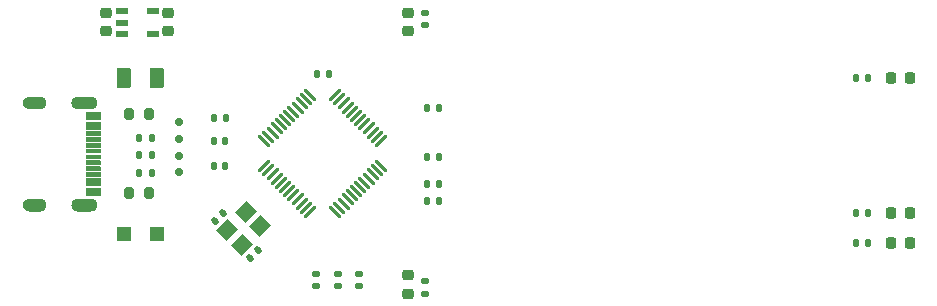
<source format=gtp>
%TF.GenerationSoftware,KiCad,Pcbnew,8.0.6*%
%TF.CreationDate,2024-11-20T12:13:36+08:00*%
%TF.ProjectId,UINIO-DAPLink,55494e49-4f2d-4444-9150-4c696e6b2e6b,Version 5.0.0*%
%TF.SameCoordinates,PX6192070PY5393438*%
%TF.FileFunction,Paste,Top*%
%TF.FilePolarity,Positive*%
%FSLAX46Y46*%
G04 Gerber Fmt 4.6, Leading zero omitted, Abs format (unit mm)*
G04 Created by KiCad (PCBNEW 8.0.6) date 2024-11-20 12:13:36*
%MOMM*%
%LPD*%
G01*
G04 APERTURE LIST*
G04 Aperture macros list*
%AMRoundRect*
0 Rectangle with rounded corners*
0 $1 Rounding radius*
0 $2 $3 $4 $5 $6 $7 $8 $9 X,Y pos of 4 corners*
0 Add a 4 corners polygon primitive as box body*
4,1,4,$2,$3,$4,$5,$6,$7,$8,$9,$2,$3,0*
0 Add four circle primitives for the rounded corners*
1,1,$1+$1,$2,$3*
1,1,$1+$1,$4,$5*
1,1,$1+$1,$6,$7*
1,1,$1+$1,$8,$9*
0 Add four rect primitives between the rounded corners*
20,1,$1+$1,$2,$3,$4,$5,0*
20,1,$1+$1,$4,$5,$6,$7,0*
20,1,$1+$1,$6,$7,$8,$9,0*
20,1,$1+$1,$8,$9,$2,$3,0*%
%AMHorizOval*
0 Thick line with rounded ends*
0 $1 width*
0 $2 $3 position (X,Y) of the first rounded end (center of the circle)*
0 $4 $5 position (X,Y) of the second rounded end (center of the circle)*
0 Add line between two ends*
20,1,$1,$2,$3,$4,$5,0*
0 Add two circle primitives to create the rounded ends*
1,1,$1,$2,$3*
1,1,$1,$4,$5*%
%AMRotRect*
0 Rectangle, with rotation*
0 The origin of the aperture is its center*
0 $1 length*
0 $2 width*
0 $3 Rotation angle, in degrees counterclockwise*
0 Add horizontal line*
21,1,$1,$2,0,0,$3*%
G04 Aperture macros list end*
%ADD10C,0.120000*%
%ADD11RoundRect,0.218750X-0.218750X-0.256250X0.218750X-0.256250X0.218750X0.256250X-0.218750X0.256250X0*%
%ADD12RoundRect,0.140000X0.021213X-0.219203X0.219203X-0.021213X-0.021213X0.219203X-0.219203X0.021213X0*%
%ADD13RoundRect,0.135000X0.185000X-0.135000X0.185000X0.135000X-0.185000X0.135000X-0.185000X-0.135000X0*%
%ADD14RoundRect,0.225000X-0.250000X0.225000X-0.250000X-0.225000X0.250000X-0.225000X0.250000X0.225000X0*%
%ADD15RoundRect,0.135000X0.135000X0.185000X-0.135000X0.185000X-0.135000X-0.185000X0.135000X-0.185000X0*%
%ADD16RoundRect,0.140000X0.140000X0.170000X-0.140000X0.170000X-0.140000X-0.170000X0.140000X-0.170000X0*%
%ADD17RoundRect,0.140000X0.170000X-0.140000X0.170000X0.140000X-0.170000X0.140000X-0.170000X-0.140000X0*%
%ADD18RoundRect,0.140000X-0.170000X0.140000X-0.170000X-0.140000X0.170000X-0.140000X0.170000X0.140000X0*%
%ADD19RoundRect,0.200000X0.200000X0.275000X-0.200000X0.275000X-0.200000X-0.275000X0.200000X-0.275000X0*%
%ADD20RotRect,1.400000X1.200000X45.000000*%
%ADD21RoundRect,0.218750X0.256250X-0.218750X0.256250X0.218750X-0.256250X0.218750X-0.256250X-0.218750X0*%
%ADD22RoundRect,0.140000X-0.140000X-0.170000X0.140000X-0.170000X0.140000X0.170000X-0.140000X0.170000X0*%
%ADD23RoundRect,0.135000X-0.185000X0.135000X-0.185000X-0.135000X0.185000X-0.135000X0.185000X0.135000X0*%
%ADD24R,1.200000X1.200000*%
%ADD25R,1.000000X0.600000*%
%ADD26RoundRect,0.218750X-0.256250X0.218750X-0.256250X-0.218750X0.256250X-0.218750X0.256250X0.218750X0*%
%ADD27HorizOval,0.270000X-0.434871X-0.434871X0.434871X0.434871X0*%
%ADD28HorizOval,0.270000X0.434871X-0.434871X-0.434871X0.434871X0*%
%ADD29R,1.150000X0.600000*%
%ADD30R,1.150000X0.300000*%
%ADD31RoundRect,0.250000X0.375000X0.625000X-0.375000X0.625000X-0.375000X-0.625000X0.375000X-0.625000X0*%
%ADD32RoundRect,0.150000X0.200000X-0.150000X0.200000X0.150000X-0.200000X0.150000X-0.200000X-0.150000X0*%
%ADD33RoundRect,0.150000X-0.200000X0.150000X-0.200000X-0.150000X0.200000X-0.150000X0.200000X0.150000X0*%
%ADD34RoundRect,0.135000X-0.135000X-0.185000X0.135000X-0.185000X0.135000X0.185000X-0.135000X0.185000X0*%
G04 APERTURE END LIST*
D10*
%TO.C,USB1*%
X4214000Y-12100000D02*
X3064000Y-12100000D01*
X3064000Y-11500000D01*
X4214000Y-11500000D01*
X4214000Y-12100000D01*
G36*
X4214000Y-12100000D02*
G01*
X3064000Y-12100000D01*
X3064000Y-11500000D01*
X4214000Y-11500000D01*
X4214000Y-12100000D01*
G37*
X4214000Y-12900000D02*
X3064000Y-12900000D01*
X3064000Y-12300000D01*
X4214000Y-12300000D01*
X4214000Y-12900000D01*
G36*
X4214000Y-12900000D02*
G01*
X3064000Y-12900000D01*
X3064000Y-12300000D01*
X4214000Y-12300000D01*
X4214000Y-12900000D01*
G37*
X4214000Y-13400000D02*
X3064000Y-13400000D01*
X3064000Y-13100000D01*
X4214000Y-13100000D01*
X4214000Y-13400000D01*
G36*
X4214000Y-13400000D02*
G01*
X3064000Y-13400000D01*
X3064000Y-13100000D01*
X4214000Y-13100000D01*
X4214000Y-13400000D01*
G37*
X4214000Y-13900000D02*
X3064000Y-13900000D01*
X3064000Y-13600000D01*
X4214000Y-13600000D01*
X4214000Y-13900000D01*
G36*
X4214000Y-13900000D02*
G01*
X3064000Y-13900000D01*
X3064000Y-13600000D01*
X4214000Y-13600000D01*
X4214000Y-13900000D01*
G37*
X4214000Y-14400000D02*
X3064000Y-14400000D01*
X3064000Y-14100000D01*
X4214000Y-14100000D01*
X4214000Y-14400000D01*
G36*
X4214000Y-14400000D02*
G01*
X3064000Y-14400000D01*
X3064000Y-14100000D01*
X4214000Y-14100000D01*
X4214000Y-14400000D01*
G37*
X4214000Y-14900000D02*
X3064000Y-14900000D01*
X3064000Y-14600000D01*
X4214000Y-14600000D01*
X4214000Y-14900000D01*
G36*
X4214000Y-14900000D02*
G01*
X3064000Y-14900000D01*
X3064000Y-14600000D01*
X4214000Y-14600000D01*
X4214000Y-14900000D01*
G37*
X4214000Y-15400000D02*
X3064000Y-15400000D01*
X3064000Y-15100000D01*
X4214000Y-15100000D01*
X4214000Y-15400000D01*
G36*
X4214000Y-15400000D02*
G01*
X3064000Y-15400000D01*
X3064000Y-15100000D01*
X4214000Y-15100000D01*
X4214000Y-15400000D01*
G37*
X4214000Y-15900000D02*
X3064000Y-15900000D01*
X3064000Y-15600000D01*
X4214000Y-15600000D01*
X4214000Y-15900000D01*
G36*
X4214000Y-15900000D02*
G01*
X3064000Y-15900000D01*
X3064000Y-15600000D01*
X4214000Y-15600000D01*
X4214000Y-15900000D01*
G37*
X4214000Y-16400000D02*
X3064000Y-16400000D01*
X3064000Y-16100000D01*
X4214000Y-16100000D01*
X4214000Y-16400000D01*
G36*
X4214000Y-16400000D02*
G01*
X3064000Y-16400000D01*
X3064000Y-16100000D01*
X4214000Y-16100000D01*
X4214000Y-16400000D01*
G37*
X4214000Y-16900000D02*
X3064000Y-16900000D01*
X3064000Y-16600000D01*
X4214000Y-16600000D01*
X4214000Y-16900000D01*
G36*
X4214000Y-16900000D02*
G01*
X3064000Y-16900000D01*
X3064000Y-16600000D01*
X4214000Y-16600000D01*
X4214000Y-16900000D01*
G37*
X4214000Y-17700000D02*
X3064000Y-17700000D01*
X3064000Y-17100000D01*
X4214000Y-17100000D01*
X4214000Y-17700000D01*
G36*
X4214000Y-17700000D02*
G01*
X3064000Y-17700000D01*
X3064000Y-17100000D01*
X4214000Y-17100000D01*
X4214000Y-17700000D01*
G37*
X4214000Y-18500000D02*
X3064000Y-18500000D01*
X3064000Y-17900000D01*
X4214000Y-17900000D01*
X4214000Y-18500000D01*
G36*
X4214000Y-18500000D02*
G01*
X3064000Y-18500000D01*
X3064000Y-17900000D01*
X4214000Y-17900000D01*
X4214000Y-18500000D01*
G37*
X-776000Y-10185000D02*
X-682000Y-10213000D01*
X-596000Y-10259000D01*
X-520000Y-10321000D01*
X-458000Y-10397000D01*
X-411000Y-10484000D01*
X-383000Y-10577000D01*
X-373000Y-10675000D01*
X-383000Y-10773000D01*
X-411000Y-10866000D01*
X-458000Y-10953000D01*
X-520000Y-11029000D01*
X-596000Y-11091000D01*
X-682000Y-11137000D01*
X-776000Y-11165000D01*
X-873000Y-11175000D01*
X-1773000Y-11175000D01*
X-1871000Y-11165000D01*
X-1965000Y-11137000D01*
X-2051000Y-11091000D01*
X-2127000Y-11029000D01*
X-2189000Y-10953000D01*
X-2235000Y-10866000D01*
X-2264000Y-10773000D01*
X-2273000Y-10675000D01*
X-2264000Y-10577000D01*
X-2235000Y-10484000D01*
X-2189000Y-10397000D01*
X-2127000Y-10321000D01*
X-2051000Y-10259000D01*
X-1965000Y-10213000D01*
X-1871000Y-10185000D01*
X-1773000Y-10175000D01*
X-873000Y-10175000D01*
X-776000Y-10185000D01*
G36*
X-776000Y-10185000D02*
G01*
X-682000Y-10213000D01*
X-596000Y-10259000D01*
X-520000Y-10321000D01*
X-458000Y-10397000D01*
X-411000Y-10484000D01*
X-383000Y-10577000D01*
X-373000Y-10675000D01*
X-383000Y-10773000D01*
X-411000Y-10866000D01*
X-458000Y-10953000D01*
X-520000Y-11029000D01*
X-596000Y-11091000D01*
X-682000Y-11137000D01*
X-776000Y-11165000D01*
X-873000Y-11175000D01*
X-1773000Y-11175000D01*
X-1871000Y-11165000D01*
X-1965000Y-11137000D01*
X-2051000Y-11091000D01*
X-2127000Y-11029000D01*
X-2189000Y-10953000D01*
X-2235000Y-10866000D01*
X-2264000Y-10773000D01*
X-2273000Y-10675000D01*
X-2264000Y-10577000D01*
X-2235000Y-10484000D01*
X-2189000Y-10397000D01*
X-2127000Y-10321000D01*
X-2051000Y-10259000D01*
X-1965000Y-10213000D01*
X-1871000Y-10185000D01*
X-1773000Y-10175000D01*
X-873000Y-10175000D01*
X-776000Y-10185000D01*
G37*
X-776000Y-18835000D02*
X-682000Y-18863000D01*
X-596000Y-18909000D01*
X-520000Y-18971000D01*
X-458000Y-19047000D01*
X-411000Y-19134000D01*
X-383000Y-19227000D01*
X-373000Y-19325000D01*
X-383000Y-19423000D01*
X-411000Y-19516000D01*
X-458000Y-19603000D01*
X-520000Y-19679000D01*
X-596000Y-19741000D01*
X-682000Y-19787000D01*
X-776000Y-19815000D01*
X-873000Y-19825000D01*
X-1773000Y-19825000D01*
X-1871000Y-19815000D01*
X-1965000Y-19787000D01*
X-2051000Y-19741000D01*
X-2127000Y-19679000D01*
X-2189000Y-19603000D01*
X-2235000Y-19516000D01*
X-2264000Y-19423000D01*
X-2273000Y-19325000D01*
X-2264000Y-19227000D01*
X-2235000Y-19134000D01*
X-2189000Y-19047000D01*
X-2127000Y-18971000D01*
X-2051000Y-18909000D01*
X-1965000Y-18863000D01*
X-1871000Y-18835000D01*
X-1773000Y-18825000D01*
X-873000Y-18825000D01*
X-776000Y-18835000D01*
G36*
X-776000Y-18835000D02*
G01*
X-682000Y-18863000D01*
X-596000Y-18909000D01*
X-520000Y-18971000D01*
X-458000Y-19047000D01*
X-411000Y-19134000D01*
X-383000Y-19227000D01*
X-373000Y-19325000D01*
X-383000Y-19423000D01*
X-411000Y-19516000D01*
X-458000Y-19603000D01*
X-520000Y-19679000D01*
X-596000Y-19741000D01*
X-682000Y-19787000D01*
X-776000Y-19815000D01*
X-873000Y-19825000D01*
X-1773000Y-19825000D01*
X-1871000Y-19815000D01*
X-1965000Y-19787000D01*
X-2051000Y-19741000D01*
X-2127000Y-19679000D01*
X-2189000Y-19603000D01*
X-2235000Y-19516000D01*
X-2264000Y-19423000D01*
X-2273000Y-19325000D01*
X-2264000Y-19227000D01*
X-2235000Y-19134000D01*
X-2189000Y-19047000D01*
X-2127000Y-18971000D01*
X-2051000Y-18909000D01*
X-1965000Y-18863000D01*
X-1871000Y-18835000D01*
X-1773000Y-18825000D01*
X-873000Y-18825000D01*
X-776000Y-18835000D01*
G37*
X3524000Y-10185000D02*
X3618000Y-10213000D01*
X3704000Y-10259000D01*
X3780000Y-10321000D01*
X3842000Y-10397000D01*
X3889000Y-10484000D01*
X3917000Y-10577000D01*
X3927000Y-10675000D01*
X3917000Y-10773000D01*
X3889000Y-10866000D01*
X3842000Y-10953000D01*
X3780000Y-11029000D01*
X3704000Y-11091000D01*
X3618000Y-11137000D01*
X3524000Y-11165000D01*
X3427000Y-11175000D01*
X2327000Y-11175000D01*
X2229000Y-11165000D01*
X2135000Y-11137000D01*
X2049000Y-11091000D01*
X1973000Y-11029000D01*
X1911000Y-10953000D01*
X1865000Y-10866000D01*
X1836000Y-10773000D01*
X1827000Y-10675000D01*
X1836000Y-10577000D01*
X1865000Y-10484000D01*
X1911000Y-10397000D01*
X1973000Y-10321000D01*
X2049000Y-10259000D01*
X2135000Y-10213000D01*
X2229000Y-10185000D01*
X2327000Y-10175000D01*
X3427000Y-10175000D01*
X3524000Y-10185000D01*
G36*
X3524000Y-10185000D02*
G01*
X3618000Y-10213000D01*
X3704000Y-10259000D01*
X3780000Y-10321000D01*
X3842000Y-10397000D01*
X3889000Y-10484000D01*
X3917000Y-10577000D01*
X3927000Y-10675000D01*
X3917000Y-10773000D01*
X3889000Y-10866000D01*
X3842000Y-10953000D01*
X3780000Y-11029000D01*
X3704000Y-11091000D01*
X3618000Y-11137000D01*
X3524000Y-11165000D01*
X3427000Y-11175000D01*
X2327000Y-11175000D01*
X2229000Y-11165000D01*
X2135000Y-11137000D01*
X2049000Y-11091000D01*
X1973000Y-11029000D01*
X1911000Y-10953000D01*
X1865000Y-10866000D01*
X1836000Y-10773000D01*
X1827000Y-10675000D01*
X1836000Y-10577000D01*
X1865000Y-10484000D01*
X1911000Y-10397000D01*
X1973000Y-10321000D01*
X2049000Y-10259000D01*
X2135000Y-10213000D01*
X2229000Y-10185000D01*
X2327000Y-10175000D01*
X3427000Y-10175000D01*
X3524000Y-10185000D01*
G37*
X3524000Y-18835000D02*
X3618000Y-18863000D01*
X3704000Y-18909000D01*
X3780000Y-18971000D01*
X3842000Y-19047000D01*
X3889000Y-19134000D01*
X3917000Y-19227000D01*
X3927000Y-19325000D01*
X3917000Y-19423000D01*
X3889000Y-19516000D01*
X3842000Y-19603000D01*
X3780000Y-19679000D01*
X3704000Y-19741000D01*
X3618000Y-19787000D01*
X3524000Y-19815000D01*
X3427000Y-19825000D01*
X2327000Y-19825000D01*
X2229000Y-19815000D01*
X2135000Y-19787000D01*
X2049000Y-19741000D01*
X1973000Y-19679000D01*
X1911000Y-19603000D01*
X1865000Y-19516000D01*
X1836000Y-19423000D01*
X1827000Y-19325000D01*
X1836000Y-19227000D01*
X1865000Y-19134000D01*
X1911000Y-19047000D01*
X1973000Y-18971000D01*
X2049000Y-18909000D01*
X2135000Y-18863000D01*
X2229000Y-18835000D01*
X2327000Y-18825000D01*
X3427000Y-18825000D01*
X3524000Y-18835000D01*
G36*
X3524000Y-18835000D02*
G01*
X3618000Y-18863000D01*
X3704000Y-18909000D01*
X3780000Y-18971000D01*
X3842000Y-19047000D01*
X3889000Y-19134000D01*
X3917000Y-19227000D01*
X3927000Y-19325000D01*
X3917000Y-19423000D01*
X3889000Y-19516000D01*
X3842000Y-19603000D01*
X3780000Y-19679000D01*
X3704000Y-19741000D01*
X3618000Y-19787000D01*
X3524000Y-19815000D01*
X3427000Y-19825000D01*
X2327000Y-19825000D01*
X2229000Y-19815000D01*
X2135000Y-19787000D01*
X2049000Y-19741000D01*
X1973000Y-19679000D01*
X1911000Y-19603000D01*
X1865000Y-19516000D01*
X1836000Y-19423000D01*
X1827000Y-19325000D01*
X1836000Y-19227000D01*
X1865000Y-19134000D01*
X1911000Y-19047000D01*
X1973000Y-18971000D01*
X2049000Y-18909000D01*
X2135000Y-18863000D01*
X2229000Y-18835000D01*
X2327000Y-18825000D01*
X3427000Y-18825000D01*
X3524000Y-18835000D01*
G37*
%TD*%
D11*
%TO.C,D1*%
X71220000Y-8635000D03*
X72795000Y-8635000D03*
%TD*%
D12*
%TO.C,C3*%
X16980589Y-23814411D03*
X17659411Y-23135589D03*
%TD*%
D13*
%TO.C,R11*%
X31765000Y-26849000D03*
X31765000Y-25829000D03*
%TD*%
D14*
%TO.C,C2*%
X10020000Y-3071000D03*
X10020000Y-4621000D03*
%TD*%
D15*
%TO.C,R2*%
X69250000Y-22575000D03*
X68230000Y-22575000D03*
%TD*%
D11*
%TO.C,D3*%
X71220000Y-20055000D03*
X72795000Y-20055000D03*
%TD*%
D16*
%TO.C,C9*%
X14864411Y-16035000D03*
X13904411Y-16035000D03*
%TD*%
D17*
%TO.C,C5*%
X22530000Y-26180000D03*
X22530000Y-25220000D03*
%TD*%
D18*
%TO.C,C10*%
X26200000Y-25220000D03*
X26200000Y-26180000D03*
%TD*%
D19*
%TO.C,R16*%
X8370000Y-11625000D03*
X6720000Y-11625000D03*
%TD*%
D20*
%TO.C,Y1*%
X16233223Y-22710635D03*
X17788858Y-21155000D03*
X16586777Y-19952919D03*
X15031142Y-21508554D03*
%TD*%
D16*
%TO.C,C7*%
X14864411Y-13915000D03*
X13904411Y-13915000D03*
%TD*%
D21*
%TO.C,D4*%
X30305000Y-26849000D03*
X30305000Y-25274000D03*
%TD*%
D22*
%TO.C,C8*%
X31955000Y-15296000D03*
X32915000Y-15296000D03*
%TD*%
D15*
%TO.C,R3*%
X69262500Y-20055000D03*
X68242500Y-20055000D03*
%TD*%
D23*
%TO.C,R12*%
X31765000Y-3084000D03*
X31765000Y-4104000D03*
%TD*%
D24*
%TO.C,D6*%
X9087500Y-21785000D03*
X6287500Y-21785000D03*
%TD*%
D25*
%TO.C,U1*%
X6090000Y-2965000D03*
X6090000Y-3915000D03*
X6090000Y-4865000D03*
X8690000Y-4865000D03*
X8690000Y-2965000D03*
%TD*%
D26*
%TO.C,D5*%
X30305000Y-3084000D03*
X30305000Y-4659000D03*
%TD*%
D14*
%TO.C,C1*%
X4760000Y-3071000D03*
X4760000Y-4621000D03*
%TD*%
D13*
%TO.C,R6*%
X24365000Y-26230000D03*
X24365000Y-25210000D03*
%TD*%
D27*
%TO.C,U2*%
X18145577Y-16051249D03*
X18499130Y-16404803D03*
X18852683Y-16758356D03*
X19206237Y-17111909D03*
X19559790Y-17465463D03*
X19913343Y-17819016D03*
X20266897Y-18172570D03*
X20620450Y-18526123D03*
X20974004Y-18879676D03*
X21327557Y-19233230D03*
X21681110Y-19586783D03*
X22034664Y-19940336D03*
D28*
X24155984Y-19940336D03*
X24509538Y-19586783D03*
X24863091Y-19233230D03*
X25216644Y-18879676D03*
X25570198Y-18526123D03*
X25923751Y-18172570D03*
X26277305Y-17819016D03*
X26630858Y-17465463D03*
X26984411Y-17111909D03*
X27337965Y-16758356D03*
X27691518Y-16404803D03*
X28045071Y-16051249D03*
D27*
X28045071Y-13929929D03*
X27691518Y-13576375D03*
X27337965Y-13222822D03*
X26984411Y-12869269D03*
X26630858Y-12515715D03*
X26277305Y-12162162D03*
X25923751Y-11808608D03*
X25570198Y-11455055D03*
X25216644Y-11101502D03*
X24863091Y-10747948D03*
X24509538Y-10394395D03*
X24155984Y-10040842D03*
D28*
X22034664Y-10040842D03*
X21681110Y-10394395D03*
X21327557Y-10747948D03*
X20974004Y-11101502D03*
X20620450Y-11455055D03*
X20266897Y-11808608D03*
X19913343Y-12162162D03*
X19559790Y-12515715D03*
X19206237Y-12869269D03*
X18852683Y-13222822D03*
X18499130Y-13576375D03*
X18145577Y-13929929D03*
%TD*%
D16*
%TO.C,C6*%
X23594411Y-8260000D03*
X22634411Y-8260000D03*
%TD*%
D29*
%TO.C,USB1*%
X3639000Y-11800000D03*
X3639000Y-12600000D03*
D30*
X3639000Y-13750000D03*
X3639000Y-14750000D03*
X3639000Y-15250000D03*
X3639000Y-16250000D03*
D29*
X3639000Y-18200000D03*
X3639000Y-17400000D03*
D30*
X3639000Y-16750000D03*
X3639000Y-15750000D03*
X3639000Y-14250000D03*
X3639000Y-13250000D03*
%TD*%
D31*
%TO.C,F1*%
X9110000Y-8560000D03*
X6310000Y-8560000D03*
%TD*%
D15*
%TO.C,R15*%
X8605000Y-16620000D03*
X7585000Y-16620000D03*
%TD*%
%TO.C,R13*%
X8605000Y-15155000D03*
X7585000Y-15155000D03*
%TD*%
%TO.C,R7*%
X32965000Y-17596000D03*
X31945000Y-17596000D03*
%TD*%
D19*
%TO.C,R17*%
X8370000Y-18375000D03*
X6720000Y-18375000D03*
%TD*%
D32*
%TO.C,D8*%
X10920000Y-12325000D03*
X10920000Y-13725000D03*
%TD*%
D15*
%TO.C,R14*%
X8605000Y-13705000D03*
X7585000Y-13705000D03*
%TD*%
D11*
%TO.C,D2*%
X71220000Y-22575000D03*
X72795000Y-22575000D03*
%TD*%
D33*
%TO.C,D7*%
X10920000Y-16575000D03*
X10920000Y-15175000D03*
%TD*%
D12*
%TO.C,C4*%
X13940589Y-20744411D03*
X14619411Y-20065589D03*
%TD*%
D34*
%TO.C,R8*%
X31945000Y-19056000D03*
X32965000Y-19056000D03*
%TD*%
D15*
%TO.C,R9*%
X32925000Y-11106000D03*
X31905000Y-11106000D03*
%TD*%
D34*
%TO.C,R1*%
X68242500Y-8635000D03*
X69262500Y-8635000D03*
%TD*%
D15*
%TO.C,R10*%
X14914411Y-11995589D03*
X13894411Y-11995589D03*
%TD*%
M02*

</source>
